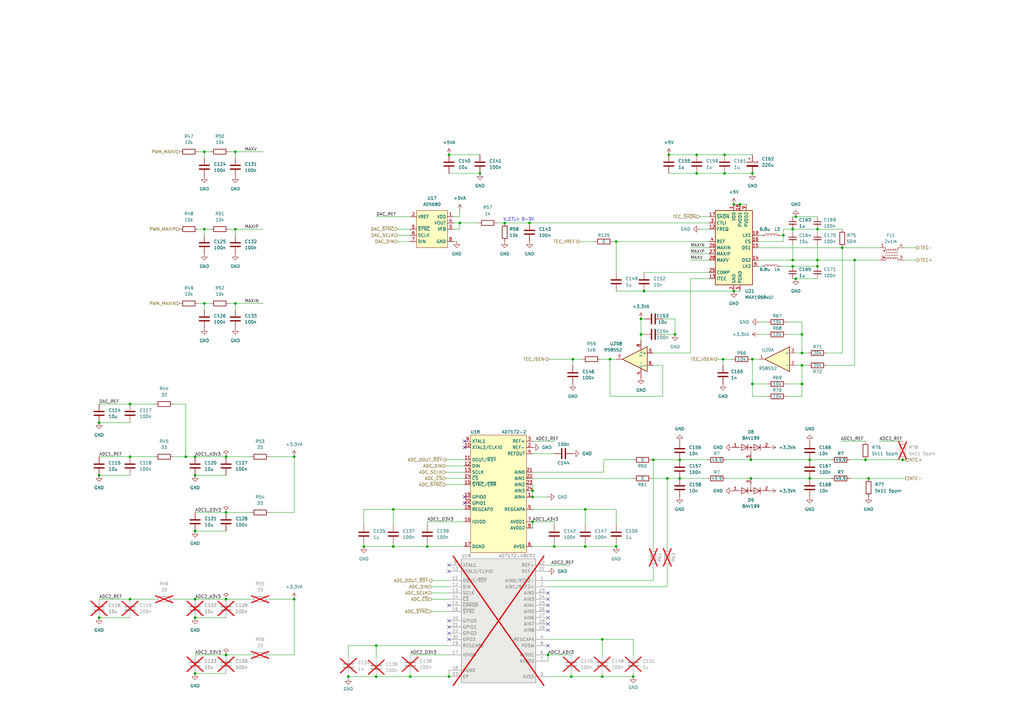
<source format=kicad_sch>
(kicad_sch (version 20230121) (generator eeschema)
  (paper "A3")
  (title_block (title "thermostat") (date "2023-11-09") (rev "r0_3") (company "M-Labs Limited") (comment 1 "Linus Woo Chun Kit"))
  (junction (at 300.99 119.38))
  (junction (at 267.97 188.595))
  (junction (at 252.73 99.06))
  (junction (at 350.52 106.68))
  (junction (at 297.18 63.5))
  (junction (at 274.32 63.5))
  (junction (at 300.99 83.82))
  (junction (at 188.595 91.44))
  (junction (at 252.73 224.155))
  (junction (at 96.52 62.23))
  (junction (at 53.34 245.745))
  (junction (at 161.29 208.915))
  (junction (at 92.71 268.605))
  (junction (at 325.12 106.68))
  (junction (at 234.95 147.32))
  (junction (at 83.82 62.23))
  (junction (at 40.64 173.355))
  (junction (at 80.01 217.805))
  (junction (at 120.65 187.325))
  (junction (at 40.64 253.365))
  (junction (at 120.65 245.745))
  (junction (at 218.44 213.995))
  (junction (at 154.305 277.495))
  (junction (at 328.93 149.86))
  (junction (at 354.965 188.595))
  (junction (at 296.545 147.32))
  (junction (at 218.44 203.835))
  (junction (at 184.15 277.495))
  (junction (at 161.29 224.155))
  (junction (at 234.315 277.495))
  (junction (at 308.61 71.12))
  (junction (at 247.015 262.255))
  (junction (at 92.71 210.185))
  (junction (at 325.12 93.98))
  (junction (at 80.01 276.225))
  (junction (at 217.17 91.44))
  (junction (at 262.89 137.16))
  (junction (at 285.75 71.12))
  (junction (at 308.61 157.48))
  (junction (at 259.715 277.495))
  (junction (at 326.39 114.3))
  (junction (at 250.19 147.32))
  (junction (at 92.71 245.745))
  (junction (at 83.82 93.98))
  (junction (at 80.01 187.325))
  (junction (at 83.82 124.46))
  (junction (at 175.26 224.155))
  (junction (at 278.765 188.595))
  (junction (at 80.01 194.945))
  (junction (at 321.31 96.52))
  (junction (at 92.71 187.325))
  (junction (at 53.34 187.325))
  (junction (at 218.44 201.295))
  (junction (at 168.275 277.495))
  (junction (at 80.01 253.365))
  (junction (at 184.15 63.5))
  (junction (at 240.03 224.155))
  (junction (at 335.28 109.22))
  (junction (at 345.44 101.6))
  (junction (at 273.685 196.215))
  (junction (at 278.765 196.215))
  (junction (at 328.93 137.16))
  (junction (at 96.52 93.98))
  (junction (at 227.33 224.155))
  (junction (at 154.305 264.795))
  (junction (at 207.01 91.44))
  (junction (at 96.52 124.46))
  (junction (at 303.53 83.82))
  (junction (at 40.64 194.945))
  (junction (at 332.105 188.595))
  (junction (at 328.93 157.48))
  (junction (at 307.975 188.595))
  (junction (at 325.12 109.22))
  (junction (at 196.85 71.12))
  (junction (at 356.235 196.215))
  (junction (at 262.89 130.81))
  (junction (at 240.03 208.915))
  (junction (at 307.975 196.215))
  (junction (at 328.93 144.78))
  (junction (at 370.205 188.595))
  (junction (at 149.225 224.155))
  (junction (at 264.16 119.38))
  (junction (at 76.2 187.325))
  (junction (at 80.01 245.745))
  (junction (at 335.28 93.98))
  (junction (at 276.86 137.16))
  (junction (at 142.875 277.495))
  (junction (at 308.61 147.32))
  (junction (at 285.75 63.5))
  (junction (at 297.18 71.12))
  (junction (at 335.28 106.68))
  (junction (at 332.105 196.215))
  (junction (at 224.79 268.605))
  (junction (at 53.34 165.735))
  (junction (at 326.39 88.9))
  (junction (at 247.015 277.495))
  (no_connect (at 190.5 180.975))
  (no_connect (at 184.15 248.285))
  (no_connect (at 190.5 183.515))
  (no_connect (at 190.5 203.835))
  (no_connect (at 190.5 206.375))
  (no_connect (at 224.79 243.205))
  (no_connect (at 224.79 250.825))
  (no_connect (at 184.15 234.315))
  (no_connect (at 184.15 231.775))
  (no_connect (at 224.79 264.795))
  (no_connect (at 184.15 262.255))
  (no_connect (at 224.79 255.905))
  (no_connect (at 184.15 257.175))
  (no_connect (at 184.15 259.715))
  (no_connect (at 224.79 248.285))
  (no_connect (at 224.79 253.365))
  (no_connect (at 184.15 254.635))
  (no_connect (at 224.79 258.445))
  (no_connect (at 224.79 245.745))
  (wire (pts (xy 320.04 96.52) (xy 321.31 96.52)))
  (wire (pts (xy 80.01 276.225) (xy 92.71 276.225)))
  (wire (pts (xy 274.32 63.5) (xy 285.75 63.5)))
  (wire (pts (xy 328.93 144.78) (xy 331.47 144.78)))
  (wire (pts (xy 218.44 201.295) (xy 218.44 203.835)))
  (wire (pts (xy 218.44 213.995) (xy 227.33 213.995)))
  (wire (pts (xy 224.79 147.32) (xy 234.95 147.32)))
  (wire (pts (xy 207.01 91.44) (xy 217.17 91.44)))
  (wire (pts (xy 40.64 245.745) (xy 53.34 245.745)))
  (wire (pts (xy 308.61 147.32) (xy 311.15 147.32)))
  (wire (pts (xy 40.64 194.945) (xy 53.34 194.945)))
  (wire (pts (xy 252.73 111.76) (xy 252.73 99.06)))
  (wire (pts (xy 142.875 277.495) (xy 142.875 278.13)))
  (wire (pts (xy 182.88 198.755) (xy 190.5 198.755)))
  (wire (pts (xy 40.64 165.735) (xy 53.34 165.735)))
  (wire (pts (xy 328.93 149.86) (xy 331.47 149.86)))
  (wire (pts (xy 92.71 268.605) (xy 102.87 268.605)))
  (wire (pts (xy 182.88 191.135) (xy 190.5 191.135)))
  (wire (pts (xy 175.26 213.995) (xy 190.5 213.995)))
  (wire (pts (xy 252.73 119.38) (xy 264.16 119.38)))
  (wire (pts (xy 224.79 268.605) (xy 224.79 271.145)))
  (wire (pts (xy 53.34 245.745) (xy 63.5 245.745)))
  (wire (pts (xy 252.73 208.915) (xy 252.73 215.265)))
  (wire (pts (xy 278.765 196.215) (xy 290.195 196.215)))
  (wire (pts (xy 149.225 215.265) (xy 149.225 208.915)))
  (wire (pts (xy 110.49 187.325) (xy 120.65 187.325)))
  (wire (pts (xy 92.71 210.185) (xy 102.87 210.185)))
  (wire (pts (xy 311.15 132.08) (xy 314.96 132.08)))
  (wire (pts (xy 278.765 188.595) (xy 290.195 188.595)))
  (wire (pts (xy 186.055 93.98) (xy 188.595 93.98)))
  (wire (pts (xy 325.12 106.68) (xy 335.28 106.68)))
  (wire (pts (xy 297.18 63.5) (xy 308.61 63.5)))
  (wire (pts (xy 250.19 147.32) (xy 252.73 147.32)))
  (wire (pts (xy 285.75 71.12) (xy 297.18 71.12)))
  (wire (pts (xy 296.545 147.32) (xy 300.355 147.32)))
  (wire (pts (xy 332.105 188.595) (xy 340.995 188.595)))
  (wire (pts (xy 264.16 119.38) (xy 300.99 119.38)))
  (wire (pts (xy 163.195 99.06) (xy 168.275 99.06)))
  (wire (pts (xy 322.58 157.48) (xy 328.93 157.48)))
  (wire (pts (xy 177.165 245.745) (xy 184.15 245.745)))
  (wire (pts (xy 80.01 253.365) (xy 92.71 253.365)))
  (wire (pts (xy 71.12 245.745) (xy 80.01 245.745)))
  (wire (pts (xy 227.33 213.995) (xy 227.33 215.265)))
  (wire (pts (xy 83.82 93.98) (xy 86.36 93.98)))
  (wire (pts (xy 339.09 144.78) (xy 345.44 144.78)))
  (wire (pts (xy 271.78 162.56) (xy 271.78 149.86)))
  (wire (pts (xy 184.15 63.5) (xy 196.85 63.5)))
  (wire (pts (xy 218.44 208.915) (xy 240.03 208.915)))
  (wire (pts (xy 218.44 213.995) (xy 218.44 216.535)))
  (wire (pts (xy 149.225 208.915) (xy 161.29 208.915)))
  (wire (pts (xy 149.225 224.155) (xy 161.29 224.155)))
  (wire (pts (xy 247.015 277.495) (xy 259.715 277.495)))
  (wire (pts (xy 321.31 93.98) (xy 325.12 93.98)))
  (wire (pts (xy 350.52 106.68) (xy 350.52 149.86)))
  (wire (pts (xy 186.055 99.06) (xy 187.325 99.06)))
  (wire (pts (xy 142.875 277.495) (xy 154.305 277.495)))
  (wire (pts (xy 96.52 124.46) (xy 96.52 127)))
  (wire (pts (xy 154.305 264.795) (xy 154.305 269.875)))
  (wire (pts (xy 325.12 109.22) (xy 335.28 109.22)))
  (wire (pts (xy 287.02 88.9) (xy 290.83 88.9)))
  (wire (pts (xy 283.21 101.6) (xy 290.83 101.6)))
  (wire (pts (xy 163.195 96.52) (xy 168.275 96.52)))
  (wire (pts (xy 271.78 149.86) (xy 267.97 149.86)))
  (wire (pts (xy 182.88 188.595) (xy 190.5 188.595)))
  (wire (pts (xy 262.89 137.16) (xy 262.89 139.7)))
  (wire (pts (xy 345.44 101.6) (xy 345.44 144.78)))
  (wire (pts (xy 326.39 144.78) (xy 328.93 144.78)))
  (wire (pts (xy 283.21 144.78) (xy 267.97 144.78)))
  (wire (pts (xy 247.65 193.675) (xy 247.65 188.595)))
  (wire (pts (xy 184.15 71.12) (xy 196.85 71.12)))
  (wire (pts (xy 311.15 101.6) (xy 345.44 101.6)))
  (wire (pts (xy 234.95 149.86) (xy 234.95 147.32)))
  (wire (pts (xy 96.52 124.46) (xy 107.95 124.46)))
  (wire (pts (xy 240.03 208.915) (xy 252.73 208.915)))
  (wire (pts (xy 234.315 276.225) (xy 234.315 277.495)))
  (wire (pts (xy 267.97 232.41) (xy 267.97 238.125)))
  (wire (pts (xy 335.28 106.68) (xy 350.52 106.68)))
  (wire (pts (xy 182.88 193.675) (xy 190.5 193.675)))
  (wire (pts (xy 325.12 95.25) (xy 325.12 93.98)))
  (wire (pts (xy 154.305 264.795) (xy 184.15 264.795)))
  (wire (pts (xy 348.615 196.215) (xy 356.235 196.215)))
  (wire (pts (xy 120.65 268.605) (xy 120.65 245.745)))
  (wire (pts (xy 186.055 88.9) (xy 188.595 88.9)))
  (wire (pts (xy 335.28 100.33) (xy 335.28 106.68)))
  (wire (pts (xy 224.79 277.495) (xy 234.315 277.495)))
  (wire (pts (xy 93.98 93.98) (xy 96.52 93.98)))
  (wire (pts (xy 264.16 130.81) (xy 262.89 130.81)))
  (wire (pts (xy 325.12 88.9) (xy 326.39 88.9)))
  (wire (pts (xy 250.19 162.56) (xy 271.78 162.56)))
  (wire (pts (xy 322.58 132.08) (xy 328.93 132.08)))
  (wire (pts (xy 273.685 232.41) (xy 273.685 240.665)))
  (wire (pts (xy 83.82 62.23) (xy 83.82 64.77)))
  (wire (pts (xy 161.29 222.885) (xy 161.29 224.155)))
  (wire (pts (xy 80.01 217.805) (xy 92.71 217.805)))
  (wire (pts (xy 307.975 196.215) (xy 332.105 196.215)))
  (wire (pts (xy 264.16 111.76) (xy 290.83 111.76)))
  (wire (pts (xy 247.015 262.255) (xy 259.715 262.255)))
  (wire (pts (xy 154.305 88.9) (xy 168.275 88.9)))
  (wire (pts (xy 246.38 147.32) (xy 250.19 147.32)))
  (wire (pts (xy 247.015 276.225) (xy 247.015 277.495)))
  (wire (pts (xy 267.97 188.595) (xy 267.97 224.79)))
  (wire (pts (xy 53.34 187.325) (xy 63.5 187.325)))
  (wire (pts (xy 240.03 222.885) (xy 240.03 224.155)))
  (wire (pts (xy 110.49 268.605) (xy 120.65 268.605)))
  (wire (pts (xy 177.165 240.665) (xy 184.15 240.665)))
  (wire (pts (xy 370.84 101.6) (xy 375.92 101.6)))
  (wire (pts (xy 188.595 88.9) (xy 188.595 86.36)))
  (wire (pts (xy 311.15 106.68) (xy 325.12 106.68)))
  (wire (pts (xy 325.12 100.33) (xy 325.12 106.68)))
  (wire (pts (xy 234.95 147.32) (xy 238.76 147.32)))
  (wire (pts (xy 40.64 187.325) (xy 53.34 187.325)))
  (wire (pts (xy 177.165 250.825) (xy 184.15 250.825)))
  (wire (pts (xy 247.65 188.595) (xy 259.715 188.595)))
  (wire (pts (xy 83.82 124.46) (xy 83.82 127)))
  (wire (pts (xy 328.93 137.16) (xy 328.93 144.78)))
  (wire (pts (xy 175.26 224.155) (xy 190.5 224.155)))
  (wire (pts (xy 168.275 268.605) (xy 184.15 268.605)))
  (wire (pts (xy 177.165 243.205) (xy 184.15 243.205)))
  (wire (pts (xy 92.71 187.325) (xy 102.87 187.325)))
  (wire (pts (xy 218.44 186.055) (xy 227.33 186.055)))
  (wire (pts (xy 110.49 245.745) (xy 120.65 245.745)))
  (wire (pts (xy 247.015 262.255) (xy 247.015 268.605)))
  (wire (pts (xy 92.71 245.745) (xy 102.87 245.745)))
  (wire (pts (xy 360.68 180.975) (xy 370.205 180.975)))
  (wire (pts (xy 311.15 99.06) (xy 321.31 99.06)))
  (wire (pts (xy 267.97 188.595) (xy 278.765 188.595)))
  (wire (pts (xy 297.815 196.215) (xy 307.975 196.215)))
  (wire (pts (xy 142.875 264.795) (xy 142.875 269.24)))
  (wire (pts (xy 80.01 268.605) (xy 92.71 268.605)))
  (wire (pts (xy 96.52 93.98) (xy 96.52 96.52)))
  (wire (pts (xy 311.15 137.16) (xy 314.96 137.16)))
  (wire (pts (xy 326.39 149.86) (xy 328.93 149.86)))
  (wire (pts (xy 308.61 157.48) (xy 308.61 162.56)))
  (wire (pts (xy 53.34 165.735) (xy 63.5 165.735)))
  (wire (pts (xy 370.205 188.595) (xy 371.475 188.595)))
  (wire (pts (xy 71.12 165.735) (xy 76.2 165.735)))
  (wire (pts (xy 326.39 114.3) (xy 335.28 114.3)))
  (wire (pts (xy 325.12 114.3) (xy 326.39 114.3)))
  (wire (pts (xy 76.2 165.735) (xy 76.2 187.325)))
  (wire (pts (xy 218.44 203.835) (xy 224.79 203.835)))
  (wire (pts (xy 273.685 240.665) (xy 224.79 240.665)))
  (wire (pts (xy 154.305 277.495) (xy 168.275 277.495)))
  (wire (pts (xy 247.65 193.675) (xy 218.44 193.675)))
  (wire (pts (xy 252.73 222.885) (xy 252.73 224.155)))
  (wire (pts (xy 186.055 91.44) (xy 188.595 91.44)))
  (wire (pts (xy 328.93 162.56) (xy 328.93 157.48)))
  (wire (pts (xy 110.49 210.185) (xy 120.65 210.185)))
  (wire (pts (xy 83.82 93.98) (xy 83.82 96.52)))
  (wire (pts (xy 93.98 62.23) (xy 96.52 62.23)))
  (wire (pts (xy 217.17 91.44) (xy 290.83 91.44)))
  (wire (pts (xy 287.02 93.98) (xy 290.83 93.98)))
  (wire (pts (xy 322.58 137.16) (xy 328.93 137.16)))
  (wire (pts (xy 80.01 194.945) (xy 92.71 194.945)))
  (wire (pts (xy 177.165 238.125) (xy 184.15 238.125)))
  (wire (pts (xy 184.15 274.955) (xy 184.15 277.495)))
  (wire (pts (xy 276.86 130.81) (xy 276.86 137.16)))
  (wire (pts (xy 188.595 93.98) (xy 188.595 91.44)))
  (wire (pts (xy 218.44 180.975) (xy 227.33 180.975)))
  (wire (pts (xy 322.58 162.56) (xy 328.93 162.56)))
  (wire (pts (xy 328.93 132.08) (xy 328.93 137.16)))
  (wire (pts (xy 40.64 173.355) (xy 53.34 173.355)))
  (wire (pts (xy 163.195 93.98) (xy 168.275 93.98)))
  (wire (pts (xy 81.28 93.98) (xy 83.82 93.98)))
  (wire (pts (xy 80.01 187.325) (xy 92.71 187.325)))
  (wire (pts (xy 273.685 196.215) (xy 273.685 224.79)))
  (wire (pts (xy 273.685 196.215) (xy 278.765 196.215)))
  (wire (pts (xy 335.28 95.25) (xy 335.28 93.98)))
  (wire (pts (xy 96.52 62.23) (xy 107.95 62.23)))
  (wire (pts (xy 321.31 99.06) (xy 321.31 96.52)))
  (wire (pts (xy 175.26 222.885) (xy 175.26 224.155)))
  (wire (pts (xy 218.44 198.755) (xy 218.44 201.295)))
  (wire (pts (xy 76.2 187.325) (xy 80.01 187.325)))
  (wire (pts (xy 344.805 180.975) (xy 354.965 180.975)))
  (wire (pts (xy 120.65 210.185) (xy 120.65 187.325)))
  (wire (pts (xy 224.79 268.605) (xy 234.315 268.605)))
  (wire (pts (xy 224.79 262.255) (xy 247.015 262.255)))
  (wire (pts (xy 218.44 196.215) (xy 259.715 196.215)))
  (wire (pts (xy 271.78 137.16) (xy 276.86 137.16)))
  (wire (pts (xy 311.15 96.52) (xy 312.42 96.52)))
  (wire (pts (xy 283.21 114.3) (xy 290.83 114.3)))
  (wire (pts (xy 348.615 188.595) (xy 354.965 188.595)))
  (wire (pts (xy 96.52 93.98) (xy 107.95 93.98)))
  (wire (pts (xy 81.28 62.23) (xy 83.82 62.23)))
  (wire (pts (xy 240.03 208.915) (xy 240.03 215.265)))
  (wire (pts (xy 264.16 137.16) (xy 262.89 137.16)))
  (wire (pts (xy 321.31 96.52) (xy 321.31 93.98)))
  (wire (pts (xy 335.28 106.68) (xy 335.28 109.22)))
  (wire (pts (xy 203.835 91.44) (xy 207.01 91.44)))
  (wire (pts (xy 251.46 99.06) (xy 252.73 99.06)))
  (wire (pts (xy 332.105 196.215) (xy 340.995 196.215)))
  (wire (pts (xy 335.28 93.98) (xy 345.44 93.98)))
  (wire (pts (xy 274.32 71.12) (xy 285.75 71.12)))
  (wire (pts (xy 267.335 188.595) (xy 267.97 188.595)))
  (wire (pts (xy 262.89 130.81) (xy 262.89 137.16)))
  (wire (pts (xy 168.275 277.495) (xy 184.15 277.495)))
  (wire (pts (xy 250.19 147.32) (xy 250.19 162.56)))
  (wire (pts (xy 356.235 196.215) (xy 371.475 196.215)))
  (wire (pts (xy 285.75 63.5) (xy 297.18 63.5)))
  (wire (pts (xy 182.88 196.215) (xy 190.5 196.215)))
  (wire (pts (xy 307.975 188.595) (xy 332.105 188.595)))
  (wire (pts (xy 168.275 277.495) (xy 168.275 276.225)))
  (wire (pts (xy 81.28 124.46) (xy 83.82 124.46)))
  (wire (pts (xy 300.99 83.82) (xy 303.53 83.82)))
  (wire (pts (xy 83.82 124.46) (xy 86.36 124.46)))
  (wire (pts (xy 350.52 106.68) (xy 360.68 106.68)))
  (wire (pts (xy 297.815 188.595) (xy 307.975 188.595)))
  (wire (pts (xy 283.21 114.3) (xy 283.21 144.78)))
  (wire (pts (xy 80.01 210.185) (xy 92.71 210.185)))
  (wire (pts (xy 294.005 147.32) (xy 296.545 147.32)))
  (wire (pts (xy 96.52 62.23) (xy 96.52 64.77)))
  (wire (pts (xy 345.44 101.6) (xy 360.68 101.6)))
  (wire (pts (xy 370.84 106.68) (xy 375.92 106.68)))
  (wire (pts (xy 252.73 99.06) (xy 290.83 99.06)))
  (wire (pts (xy 328.93 157.48) (xy 328.93 149.86)))
  (wire (pts (xy 314.96 157.48) (xy 308.61 157.48)))
  (wire (pts (xy 93.98 124.46) (xy 96.52 124.46)))
  (wire (pts (xy 259.715 276.225) (xy 259.715 277.495)))
  (wire (pts (xy 267.97 238.125) (xy 224.79 238.125)))
  (wire (pts (xy 227.33 222.885) (xy 227.33 224.155)))
  (wire (pts (xy 80.01 245.745) (xy 92.71 245.745)))
  (wire (pts (xy 218.44 224.155) (xy 227.33 224.155)))
  (wire (pts (xy 300.99 119.38) (xy 303.53 119.38)))
  (wire (pts (xy 307.975 147.32) (xy 308.61 147.32)))
  (wire (pts (xy 71.12 187.325) (xy 76.2 187.325)))
  (wire (pts (xy 296.545 149.86) (xy 296.545 147.32)))
  (wire (pts (xy 161.29 224.155) (xy 175.26 224.155)))
  (wire (pts (xy 308.61 157.48) (xy 308.61 147.32)))
  (wire (pts (xy 303.53 83.82) (xy 306.07 83.82)))
  (wire (pts (xy 271.78 130.81) (xy 276.86 130.81)))
  (wire (pts (xy 224.79 231.775) (xy 233.68 231.775)))
  (wire (pts (xy 188.595 91.44) (xy 196.215 91.44)))
  (wire (pts (xy 308.61 162.56) (xy 314.96 162.56)))
  (wire (pts (xy 83.82 62.23) (xy 86.36 62.23)))
  (wire (pts (xy 354.965 188.595) (xy 370.205 188.595)))
  (wire (pts (xy 161.29 208.915) (xy 161.29 215.265)))
  (wire (pts (xy 326.39 88.9) (xy 335.28 88.9)))
  (wire (pts (xy 234.315 277.495) (xy 247.015 277.495)))
  (wire (pts (xy 40.64 253.365) (xy 53.34 253.365)))
  (wire (pts (xy 311.15 109.22) (xy 312.42 109.22)))
  (wire (pts (xy 227.33 224.155) (xy 240.03 224.155)))
  (wire (pts (xy 320.04 109.22) (xy 325.12 109.22)))
  (wire (pts (xy 339.09 149.86) (xy 350.52 149.86)))
  (wire (pts (xy 237.49 99.06) (xy 243.84 99.06)))
  (wire (pts (xy 297.18 71.12) (xy 308.61 71.12)))
  (wire (pts (xy 267.335 196.215) (xy 273.685 196.215)))
  (wire (pts (xy 161.29 208.915) (xy 190.5 208.915)))
  (wire (pts (xy 283.21 104.14) (xy 290.83 104.14)))
  (wire (pts (xy 283.21 106.68) (xy 290.83 106.68)))
  (wire (pts (xy 240.03 224.155) (xy 252.73 224.155)))
  (wire (pts (xy 142.875 276.86) (xy 142.875 277.495)))
  (wire (pts (xy 149.225 222.885) (xy 149.225 224.155)))
  (wire (pts (xy 154.305 264.795) (xy 142.875 264.795)))
  (wire (pts (xy 259.715 262.255) (xy 259.715 268.605)))
  (wire (pts (xy 325.12 93.98) (xy 335.28 93.98)))
  (wire (pts (xy 175.26 213.995) (xy 175.26 215.265)))
  (text "V_CTLI: 0-3V" (at 206.375 90.805 0) (effects (font (size 1.27 1.27)) (justify left bottom)))
  (label "DAC_REF" (at 154.305 88.9 0))
  (label "ADC1_D3V3" (at 175.26 213.995 0))
  (label "MAXV" (at 100.33 62.23 0))
  (label "MAXIN" (at 100.33 124.46 0))
  (label "ADC2_D3V3" (at 80.01 268.605 0))
  (label "ADC2_REF" (at 40.64 245.745 0))
  (label "ADC1_REF" (at 40.64 187.325 0))
  (label "ADC2_A3V3" (at 80.01 245.745 0))
  (label "MAXIN" (at 283.21 101.6 0))
  (label "ADC1_A3V3" (at 80.01 187.325 0))
  (label "MAXV" (at 283.21 106.68 0))
  (label "DAC_REF" (at 40.64 165.735 0))
  (label "MAXIP" (at 100.33 93.98 0))
  (label "ADC1_REF" (at 344.805 180.975 0))
  (label "ADC1_D3V3" (at 80.01 210.185 0))
  (label "ADC1_REF" (at 219.71 180.975 0))
  (label "ADC1_A3V3" (at 218.44 213.995 0))
  (label "ADC2_A3V3" (at 224.79 268.605 0))
  (label "MAXIP" (at 283.21 104.14 0))
  (label "ADC2_REF" (at 360.68 180.975 0))
  (label "ADC2_D3V3" (at 168.275 268.605 0))
  (label "ADC2_REF" (at 226.06 231.775 0))
  (hierarchical_label "ADC_DOUT_~{RDY}" (shape output) (at 182.88 188.595 180))
  (hierarchical_label "TEC+" (shape output) (at 375.92 106.68 0))
  (hierarchical_label "PWM_MAXIP" (shape input) (at 73.66 93.98 180))
  (hierarchical_label "DAC_DIN" (shape input) (at 163.195 99.06 180))
  (hierarchical_label "TEC_VREF" (shape output) (at 237.49 99.06 180))
  (hierarchical_label "PWM_MAXIN" (shape input) (at 73.66 124.46 180))
  (hierarchical_label "ADC_~{SYNC}" (shape input) (at 177.165 250.825 180))
  (hierarchical_label "TEC_~{SHDN}" (shape input) (at 287.02 88.9 180))
  (hierarchical_label "DAC_SCLK" (shape input) (at 163.195 96.52 180))
  (hierarchical_label "ADC_~{CS}" (shape input) (at 177.165 245.745 180))
  (hierarchical_label "TEC_ISEN" (shape output) (at 224.79 147.32 180))
  (hierarchical_label "ADC_~{CS}" (shape input) (at 182.88 196.215 180))
  (hierarchical_label "NTC-" (shape passive) (at 371.475 196.215 0))
  (hierarchical_label "ADC_DIN" (shape input) (at 182.88 191.135 180))
  (hierarchical_label "NTC+" (shape passive) (at 371.475 188.595 0))
  (hierarchical_label "TEC-" (shape output) (at 375.92 101.6 0))
  (hierarchical_label "PWM_MAXV" (shape input) (at 73.66 62.23 180))
  (hierarchical_label "ADC_SCLK" (shape input) (at 182.88 193.675 180))
  (hierarchical_label "ADC_DIN" (shape input) (at 177.165 240.665 180))
  (hierarchical_label "TEC_VSEN" (shape output) (at 294.005 147.32 180))
  (hierarchical_label "ADC_~{SYNC}" (shape input) (at 182.88 198.755 180))
  (hierarchical_label "ADC_DOUT_~{RDY}" (shape output) (at 177.165 238.125 180))
  (hierarchical_label "DAC_~{SYNC}" (shape input) (at 163.195 93.98 180))
  (hierarchical_label "ADC_SCLK" (shape input) (at 177.165 243.205 180))
  (symbol (lib_id "power:GND") (at 80.01 276.225 0) (unit 1)
    (property "Reference" "#PWR0105" (effects hide))
    (property "Value" "GND" (at 80.01 281.305 0))
  )
  (symbol (lib_id "power:GND") (at 80.01 194.945 0) (unit 1)
    (property "Reference" "#PWR0102" (effects hide))
    (property "Value" "GND" (at 80.01 200.025 0))
  )
  (symbol (lib_id "Device:R") (at 273.685 228.6 180) (unit 1) (dnp yes)
    (property "Reference" "R63" (at 276.225 228.6 90))
    (property "Value" "0" (at 273.685 228.6 90))
    (property "Footprint" "Resistor_SMD:R_0603_1608Metric" (effects hide))
    (property "MFR_PN" "RMCF0603ZT0R00" (effects hide))
    (property "MFR_PN_ALT" "CR0603-J/-000ELF" (effects hide))
  )
  (symbol (lib_id "Device:C") (at 240.03 219.075 0) (unit 1)
    (property "Reference" "C147" (at 243.84 217.8049 0) (effects (justify left)))
    (property "Value" "100n" (at 243.84 220.3449 0) (effects (justify left)))
    (property "Footprint" "Capacitor_SMD:C_0603_1608Metric" (effects hide))
    (property "MFR_PN" "CL10B104KB8NNWC" (effects hide))
    (property "MFR_PN_ALT" "CL10B104KB8NNNL" (effects hide))
  )
  (symbol (lib_id "Device:C") (at 175.26 219.075 0) (unit 1)
    (property "Reference" "C139" (at 179.07 217.8049 0) (effects (justify left)))
    (property "Value" "100n" (at 179.07 220.3449 0) (effects (justify left)))
    (property "Footprint" "Capacitor_SMD:C_0603_1608Metric" (effects hide))
    (property "MFR_PN" "CL10B104KB8NNWC" (effects hide))
    (property "MFR_PN_ALT" "CL10B104KB8NNNL" (effects hide))
  )
  (symbol (lib_id "kirdy:AD5680") (at 177.165 101.6 0) (unit 1)
    (property "Reference" "U17" (at 177.165 81.28 0))
    (property "Value" "AD5680" (at 177.165 83.82 0))
    (property "Footprint" "Package_TO_SOT_SMD:SOT-23-8" (effects hide))
    (property "Datasheet" "https://www.analog.com/media/en/technical-documentation/data-sheets/ad5680.pdf" (effects hide))
    (property "MFR_PN" "AD5680BRJZ" (effects hide))
  )
  (symbol (lib_id "Device:C") (at 53.34 249.555 0) (unit 1) (dnp yes)
    (property "Reference" "C119" (at 57.15 248.2849 0) (effects (justify left)))
    (property "Value" "100n" (at 57.15 250.8249 0) (effects (justify left)))
    (property "Footprint" "Capacitor_SMD:C_0603_1608Metric" (effects hide))
    (property "MFR_PN" "CL10B104KB8NNWC" (effects hide))
    (property "MFR_PN_ALT" "CL10B104KB8NNNL" (effects hide))
  )
  (symbol (lib_id "power:GND") (at 40.64 194.945 0) (unit 1)
    (property "Reference" "#PWR0100" (effects hide))
    (property "Value" "GND" (at 40.64 200.025 0))
  )
  (symbol (lib_id "power:GND") (at 187.325 99.06 0) (unit 1)
    (property "Reference" "#PWR0118" (effects hide))
    (property "Value" "GND" (at 187.325 104.14 0))
  )
  (symbol (lib_id "Device:C") (at 80.01 213.995 0) (unit 1)
    (property "Reference" "C121" (at 83.82 212.7249 0) (effects (justify left)))
    (property "Value" "10u" (at 83.82 215.2649 0) (effects (justify left)))
    (property "Footprint" "Capacitor_SMD:C_0805_2012Metric" (effects hide))
    (property "MFR_PN" "CL21B106KOQNNNG" (effects hide))
    (property "MFR_PN_ALT" "CL21B106KOQNNNE" (effects hide))
  )
  (symbol (lib_id "Device:R") (at 345.44 97.79 180) (unit 1)
    (property "Reference" "R75" (at 349.25 96.52 0))
    (property "Value" "50m" (at 349.25 99.06 0))
    (property "Footprint" "Resistor_SMD:R_2010_5025Metric" (effects hide))
    (property "MFR_PN" "CRM2010-FX-R050ELF" (effects hide))
    (property "MFR_PN_ALT" "WSL2010R0500FEA18" (effects hide))
  )
  (symbol (lib_id "Device:C") (at 154.305 273.685 0) (unit 1) (dnp yes)
    (property "Reference" "C136" (at 158.115 272.4149 0) (effects (justify left)))
    (property "Value" "100n" (at 158.115 274.9549 0) (effects (justify left)))
    (property "Footprint" "Capacitor_SMD:C_0603_1608Metric" (effects hide))
    (property "MFR_PN" "CL10B104KB8NNWC" (effects hide))
    (property "MFR_PN_ALT" "CL10B104KB8NNNL" (effects hide))
  )
  (symbol (lib_id "Device:C") (at 252.73 219.075 0) (unit 1)
    (property "Reference" "C150" (at 256.54 217.8049 0) (effects (justify left)))
    (property "Value" "1u" (at 256.54 220.3449 0) (effects (justify left)))
    (property "Footprint" "Capacitor_SMD:C_0603_1608Metric" (effects hide))
    (property "MFR_PN" "CL10B105KA8NNNC" (effects hide))
    (property "MFR_PN_ALT" "CGA3E1X7R1E105K080AC" (effects hide))
  )
  (symbol (lib_id "power:+3.3VA") (at 120.65 187.325 0) (unit 1)
    (property "Reference" "#PWR0112" (effects hide))
    (property "Value" "+3.3VA" (at 120.65 182.245 0))
  )
  (symbol (lib_id "power:+5V") (at 274.32 63.5 0) (unit 1)
    (property "Reference" "#PWR0131" (effects hide))
    (property "Value" "+5V" (at 274.32 58.42 0))
  )
  (symbol (lib_id "Device:R") (at 106.68 210.185 90) (unit 1)
    (property "Reference" "R54" (at 106.68 203.835 90))
    (property "Value" "33" (at 106.68 206.375 90))
    (property "Footprint" "Resistor_SMD:R_0603_1608Metric" (effects hide))
    (property "MFR_PN" "RC0603FR-0733RL" (effects hide))
    (property "MFR_PN_ALT" "CRGCQ0603F33R" (effects hide))
  )
  (symbol (lib_id "Device:Filter_EMI_LL_1423") (at 365.76 104.14 0) (mirror x) (unit 1)
    (property "Reference" "FL1" (at 365.379 96.52 0))
    (property "Value" "2x1m" (at 365.379 99.06 0))
    (property "Footprint" "Inductor_SMD:L_CommonModeChoke_Wuerth_WE-SL5" (effects hide))
    (property "MFR_PN" "744273501" (effects hide))
  )
  (symbol (lib_id "Device:R") (at 318.77 132.08 90) (unit 1)
    (property "Reference" "R67" (at 318.77 129.54 90))
    (property "Value" "10k" (at 318.77 132.08 90))
    (property "Footprint" "Resistor_SMD:R_0603_1608Metric" (effects hide))
    (property "MFR_PN" "RNCP0603FTD10K0" (effects hide))
    (property "MFR_PN_ALT" "RMCF0603FT10K0" (effects hide))
  )
  (symbol (lib_id "power:GND") (at 83.82 104.14 0) (unit 1)
    (property "Reference" "#PWR0107" (effects hide))
    (property "Value" "GND" (at 83.82 109.22 0))
  )
  (symbol (lib_id "Device:R") (at 90.17 62.23 90) (unit 1)
    (property "Reference" "R50" (at 90.17 55.88 90))
    (property "Value" "10k" (at 90.17 58.42 90))
    (property "Footprint" "Resistor_SMD:R_0603_1608Metric" (effects hide))
    (property "MFR_PN" "RNCP0603FTD10K0" (effects hide))
    (property "MFR_PN_ALT" "RMCF0603FT10K0" (effects hide))
  )
  (symbol (lib_id "Device:C") (at 296.545 153.67 0) (unit 1)
    (property "Reference" "C160" (at 299.72 152.4 0) (effects (justify left)))
    (property "Value" "1n" (at 299.72 154.94 0) (effects (justify left)))
    (property "Footprint" "Capacitor_SMD:C_0603_1608Metric" (effects hide))
    (property "MFR_PN" "0603N102G250CT" (effects hide))
  )
  (symbol (lib_id "Device:R") (at 294.005 188.595 270) (unit 1)
    (property "Reference" "R7" (at 294.005 186.055 90))
    (property "Value" "49.9" (at 294.005 188.595 90))
    (property "Footprint" "Resistor_SMD:R_0603_1608Metric" (effects hide))
    (property "MFR_PN" "RT0603DRE0749R9L" (effects hide))
    (instances (project "kirdy" (path "" (reference "R7") (unit 1)) (path "" (reference "R64") (unit 1))))
  )
  (symbol (lib_id "kirdy:RS8552") (at 260.35 147.32 0) (mirror y) (unit 3)
    (property "Reference" "U20" (effects hide))
    (property "Value" "RS8552" (effects hide))
    (property "Footprint" "Package_SO:SOIC-8_3.9x4.9mm_P1.27mm" (effects hide))
    (property "Datasheet" "https://datasheet.lcsc.com/lcsc/2010160333_Jiangsu-RUNIC-Tech-RS8554XP_C236997.pdf" (effects hide))
    (property "MFR_PN" "RS8552XK" (effects hide))
  )
  (symbol (lib_id "power:GND") (at 308.61 71.12 0) (unit 1)
    (property "Reference" "#PWR0141" (effects hide))
    (property "Value" "GND" (at 308.61 76.2 0))
  )
  (symbol (lib_id "Device:R") (at 294.005 196.215 270) (unit 1)
    (property "Reference" "R7" (at 294.005 193.675 90))
    (property "Value" "49.9" (at 294.005 196.215 90))
    (property "Footprint" "Resistor_SMD:R_0603_1608Metric" (effects hide))
    (property "MFR_PN" "RT0603DRE0749R9L" (effects hide))
    (instances (project "kirdy" (path "" (reference "R7") (unit 1)) (path "" (reference "R65") (unit 1))))
  )
  (symbol (lib_id "Device:R") (at 106.68 245.745 90) (unit 1) (dnp yes)
    (property "Reference" "R55" (at 106.68 239.395 90))
    (property "Value" "33" (at 106.68 241.935 90))
    (property "Footprint" "Resistor_SMD:R_0603_1608Metric" (effects hide))
    (property "MFR_PN" "RC0603FR-0733RL" (effects hide))
    (property "MFR_PN_ALT" "CRGCQ0603F33R" (effects hide))
  )
  (symbol (lib_id "power:GND") (at 311.15 132.08 270) (unit 1)
    (property "Reference" "#PWR0142" (effects hide))
    (property "Value" "GND" (at 307.34 132.0799 90) (effects (justify right)))
  )
  (symbol (lib_id "kirdy:AD7172-2") (at 204.47 205.105 0) (mirror y) (unit 1)
    (property "Reference" "U18" (at 194.945 177.165 0))
    (property "Value" "AD7172-2" (at 210.82 177.165 0))
    (property "Footprint" "Package_SO:TSSOP-24_4.4x7.8mm_P0.65mm" (effects hide))
    (property "Datasheet" "https://www.analog.com/media/en/technical-documentation/data-sheets/ad7172-2.pdf" (effects hide))
    (property "MFR_PN" "AD7172-2BRUZ" (effects hide))
  )
  (symbol (lib_id "Device:C") (at 92.71 272.415 0) (unit 1) (dnp yes)
    (property "Reference" "C130" (at 96.52 271.1449 0) (effects (justify left)))
    (property "Value" "100n" (at 96.52 273.6849 0) (effects (justify left)))
    (property "Footprint" "Capacitor_SMD:C_0603_1608Metric" (effects hide))
    (property "MFR_PN" "CL10B104KB8NNWC" (effects hide))
    (property "MFR_PN_ALT" "CL10B104KB8NNNL" (effects hide))
  )
  (symbol (lib_id "Device:C") (at 92.71 191.135 0) (unit 1)
    (property "Reference" "C127" (at 96.52 189.8649 0) (effects (justify left)))
    (property "Value" "100n" (at 96.52 192.4049 0) (effects (justify left)))
    (property "Footprint" "Capacitor_SMD:C_0603_1608Metric" (effects hide))
    (property "MFR_PN" "CL10B104KB8NNWC" (effects hide))
    (property "MFR_PN_ALT" "CL10B104KB8NNNL" (effects hide))
  )
  (symbol (lib_id "power:GND") (at 83.82 134.62 0) (unit 1)
    (property "Reference" "#PWR0108" (effects hide))
    (property "Value" "GND" (at 83.82 139.7 0))
  )
  (symbol (lib_id "Device:L") (at 316.23 109.22 90) (unit 1)
    (property "Reference" "L4" (at 318.77 110.49 90))
    (property "Value" "6.8u" (at 313.69 110.49 90))
    (property "Footprint" "Inductor_SMD:L_Wuerth_MAPI-4030" (effects hide))
    (property "MFR_PN" "74438357068" (effects hide))
  )
  (symbol (lib_id "power:GND") (at 234.95 186.055 90) (unit 1)
    (property "Reference" "#PWR0126" (effects hide))
    (property "Value" "GND" (at 238.76 186.0549 90) (effects (justify right)))
  )
  (symbol (lib_id "Device:R") (at 77.47 93.98 90) (unit 1)
    (property "Reference" "R48" (at 77.47 87.63 90))
    (property "Value" "10k" (at 77.47 90.17 90))
    (property "Footprint" "Resistor_SMD:R_0603_1608Metric" (effects hide))
    (property "MFR_PN" "RNCP0603FTD10K0" (effects hide))
    (property "MFR_PN_ALT" "RMCF0603FT10K0" (effects hide))
  )
  (symbol (lib_id "Device:C") (at 40.64 191.135 0) (unit 1)
    (property "Reference" "C115" (at 44.45 189.8649 0) (effects (justify left)))
    (property "Value" "10u" (at 44.45 192.4049 0) (effects (justify left)))
    (property "Footprint" "Capacitor_SMD:C_0805_2012Metric" (effects hide))
    (property "MFR_PN" "CL21B106KOQNNNG" (effects hide))
    (property "MFR_PN_ALT" "CL21B106KOQNNNE" (effects hide))
  )
  (symbol (lib_id "Device:C") (at 278.765 192.405 0) (unit 1)
    (property "Reference" "C157" (at 282.575 191.1349 0) (effects (justify left)))
    (property "Value" "100n" (at 282.575 193.6749 0) (effects (justify left)))
    (property "Footprint" "Capacitor_SMD:C_0603_1608Metric" (effects hide))
    (property "MFR_PN" "CL10B104KB8NNWC" (effects hide))
    (property "MFR_PN_ALT" "CL10B104KB8NNNL" (effects hide))
  )
  (symbol (lib_id "power:GND") (at 96.52 72.39 0) (unit 1)
    (property "Reference" "#PWR0109" (effects hide))
    (property "Value" "GND" (at 96.52 77.47 0))
  )
  (symbol (lib_id "Device:C") (at 297.18 67.31 0) (unit 1)
    (property "Reference" "C161" (at 300.99 66.0399 0) (effects (justify left)))
    (property "Value" "1u" (at 300.99 68.5799 0) (effects (justify left)))
    (property "Footprint" "Capacitor_SMD:C_0603_1608Metric" (effects hide))
    (property "MFR_PN" "CL10B105KA8NNNC" (effects hide))
    (property "MFR_PN_ALT" "CGA3E1X7R1E105K080AC" (effects hide))
  )
  (symbol (lib_id "Device:C") (at 285.75 67.31 0) (unit 1)
    (property "Reference" "C159" (at 289.56 66.0399 0) (effects (justify left)))
    (property "Value" "1u" (at 289.56 68.5799 0) (effects (justify left)))
    (property "Footprint" "Capacitor_SMD:C_0603_1608Metric" (effects hide))
    (property "MFR_PN" "CL10B105KA8NNNC" (effects hide))
    (property "MFR_PN_ALT" "CGA3E1X7R1E105K080AC" (effects hide))
  )
  (symbol (lib_id "Device:C") (at 40.64 169.545 0) (unit 1)
    (property "Reference" "C114" (at 44.45 168.2749 0) (effects (justify left)))
    (property "Value" "10u" (at 44.45 170.8149 0) (effects (justify left)))
    (property "Footprint" "Capacitor_SMD:C_0805_2012Metric" (effects hide))
    (property "MFR_PN" "CL21B106KOQNNNG" (effects hide))
    (property "MFR_PN_ALT" "CL21B106KOQNNNE" (effects hide))
  )
  (symbol (lib_id "Device:C") (at 267.97 137.16 90) (unit 1)
    (property "Reference" "C154" (at 271.78 135.89 90))
    (property "Value" "100n" (at 271.78 138.43 90))
    (property "Footprint" "Capacitor_SMD:C_0603_1608Metric" (effects hide))
    (property "MFR_PN" "CL10B104KB8NNWC" (effects hide))
    (property "MFR_PN_ALT" "CL10B104KB8NNNL" (effects hide))
  )
  (symbol (lib_id "Device:R") (at 67.31 245.745 90) (unit 1) (dnp yes)
    (property "Reference" "R46" (at 67.31 239.395 90))
    (property "Value" "33" (at 67.31 241.935 90))
    (property "Footprint" "Resistor_SMD:R_0603_1608Metric" (effects hide))
    (property "MFR_PN" "RC0603FR-0733RL" (effects hide))
    (property "MFR_PN_ALT" "CRGCQ0603F33R" (effects hide))
  )
  (symbol (lib_id "Device:C_Small") (at 325.12 97.79 0) (unit 1)
    (property "Reference" "C164" (at 327.66 96.5262 0) (effects (justify left)))
    (property "Value" "10u" (at 327.66 99.0662 0) (effects (justify left)))
    (property "Footprint" "Capacitor_SMD:C_0805_2012Metric" (effects hide))
    (property "MFR_PN" "CL21B106KOQNNNG" (effects hide))
    (property "MFR_PN_ALT" "CL21B106KOQNNNE" (effects hide))
  )
  (symbol (lib_id "power:GND") (at 224.79 203.835 90) (unit 1)
    (property "Reference" "#PWR0122" (effects hide))
    (property "Value" "GND" (at 228.6 203.8349 90) (effects (justify right)))
  )
  (symbol (lib_id "Device:C") (at 96.52 130.81 0) (unit 1)
    (property "Reference" "C133" (at 100.33 129.5399 0) (effects (justify left)))
    (property "Value" "100n" (at 100.33 132.0799 0) (effects (justify left)))
    (property "Footprint" "Capacitor_SMD:C_0603_1608Metric" (effects hide))
    (property "MFR_PN" "CL10B104KB8NNWC" (effects hide))
    (property "MFR_PN_ALT" "CL10B104KB8NNNL" (effects hide))
  )
  (symbol (lib_id "Device:R") (at 242.57 147.32 90) (unit 1)
    (property "Reference" "R59" (at 242.57 140.97 90))
    (property "Value" "1k6" (at 242.57 143.51 90))
    (property "Footprint" "Resistor_SMD:R_0603_1608Metric" (effects hide))
    (property "MFR_PN" "RT0603FRE071K6L" (effects hide))
    (property "MFR_PN_ALT" "RMCF0603FT1K60" (effects hide))
  )
  (symbol (lib_id "Device:R") (at 90.17 93.98 90) (unit 1)
    (property "Reference" "R51" (at 90.17 87.63 90))
    (property "Value" "10k" (at 90.17 90.17 90))
    (property "Footprint" "Resistor_SMD:R_0603_1608Metric" (effects hide))
    (property "MFR_PN" "RNCP0603FTD10K0" (effects hide))
    (property "MFR_PN_ALT" "RMCF0603FT10K0" (effects hide))
  )
  (symbol (lib_id "Device:R") (at 354.965 184.785 0) (unit 1)
    (property "Reference" "R76" (at 357.505 183.5149 0) (effects (justify left)))
    (property "Value" "5k11 5ppm" (at 357.505 186.0549 0) (effects (justify left)))
    (property "Footprint" "Resistor_SMD:R_0603_1608Metric" (effects hide))
    (property "MFR_PN" "RN73H1JTTD5111A05" (effects hide))
    (property "MFR_PN_ALT" "TNPU06035K11BZEN00" (effects hide))
  )
  (symbol (lib_id "power:GND") (at 142.875 278.13 0) (unit 1)
    (property "Reference" "#PWR0114" (effects hide))
    (property "Value" "GND" (at 142.875 282.575 0))
  )
  (symbol (lib_id "power:GND") (at 217.17 99.06 0) (unit 1)
    (property "Reference" "#PWR0124" (effects hide))
    (property "Value" "GND" (at 217.17 104.14 0))
  )
  (symbol (lib_id "Device:C") (at 168.275 272.415 0) (unit 1) (dnp yes)
    (property "Reference" "C138" (at 172.085 271.1449 0) (effects (justify left)))
    (property "Value" "100n" (at 172.085 273.6849 0) (effects (justify left)))
    (property "Footprint" "Capacitor_SMD:C_0603_1608Metric" (effects hide))
    (property "MFR_PN" "CL10B104KB8NNWC" (effects hide))
    (property "MFR_PN_ALT" "CL10B104KB8NNNL" (effects hide))
  )
  (symbol (lib_id "Device:R") (at 344.805 196.215 270) (unit 1)
    (property "Reference" "R7" (at 344.805 193.675 90))
    (property "Value" "49.9" (at 344.805 196.215 90))
    (property "Footprint" "Resistor_SMD:R_0603_1608Metric" (effects hide))
    (property "MFR_PN" "RT0603DRE0749R9L" (effects hide))
    (instances (project "kirdy" (path "" (reference "R7") (unit 1)) (path "" (reference "R74") (unit 1))))
  )
  (symbol (lib_id "Device:R") (at 106.68 268.605 90) (unit 1) (dnp yes)
    (property "Reference" "R56" (at 106.68 262.255 90))
    (property "Value" "33" (at 106.68 264.795 90))
    (property "Footprint" "Resistor_SMD:R_0603_1608Metric" (effects hide))
    (property "MFR_PN" "RC0603FR-0733RL" (effects hide))
    (property "MFR_PN_ALT" "CRGCQ0603F33R" (effects hide))
  )
  (symbol (lib_id "Device:C") (at 332.105 200.025 0) (unit 1)
    (property "Reference" "C168" (at 335.915 198.7549 0) (effects (justify left)))
    (property "Value" "10n" (at 335.915 201.2949 0) (effects (justify left)))
    (property "Footprint" "Capacitor_SMD:C_0603_1608Metric" (effects hide))
    (property "MFR_PN" "0603B103K500CT" (effects hide))
    (property "MFR_PN_ALT" "CL10B103KB8NNNC" (effects hide))
  )
  (symbol (lib_id "power:GND") (at 40.64 253.365 0) (unit 1)
    (property "Reference" "#PWR0101" (effects hide))
    (property "Value" "GND" (at 40.64 258.445 0))
  )
  (symbol (lib_id "Device:C") (at 252.73 115.57 0) (unit 1)
    (property "Reference" "C149" (at 256.54 114.2999 0) (effects (justify left)))
    (property "Value" "1u" (at 256.54 116.8399 0) (effects (justify left)))
    (property "Footprint" "Capacitor_SMD:C_0603_1608Metric" (effects hide))
    (property "MFR_PN" "CL10B105KA8NNNC" (effects hide))
    (property "MFR_PN_ALT" "CGA3E1X7R1E105K080AC" (effects hide))
  )
  (symbol (lib_id "Device:C") (at 274.32 67.31 0) (unit 1)
    (property "Reference" "C155" (at 278.13 66.0399 0) (effects (justify left)))
    (property "Value" "1u" (at 278.13 68.5799 0) (effects (justify left)))
    (property "Footprint" "Capacitor_SMD:C_0603_1608Metric" (effects hide))
    (property "MFR_PN" "CL10B105KA8NNNC" (effects hide))
    (property "MFR_PN_ALT" "CGA3E1X7R1E105K080AC" (effects hide))
  )
  (symbol (lib_id "Device:C_Small") (at 325.12 111.76 0) (unit 1)
    (property "Reference" "C165" (at 327.66 110.4962 0) (effects (justify left)))
    (property "Value" "1u" (at 327.66 113.0362 0) (effects (justify left)))
    (property "Footprint" "Capacitor_SMD:C_0603_1608Metric" (effects hide))
    (property "MFR_PN" "CL10B105KA8NNNC" (effects hide))
    (property "MFR_PN_ALT" "CGA3E1X7R1E105K080AC" (effects hide))
  )
  (symbol (lib_id "Device:C") (at 184.15 67.31 0) (unit 1)
    (property "Reference" "C140" (at 187.96 66.0399 0) (effects (justify left)))
    (property "Value" "10u" (at 187.96 68.5799 0) (effects (justify left)))
    (property "Footprint" "Capacitor_SMD:C_0805_2012Metric" (effects hide))
    (property "MFR_PN" "CL21B106KOQNNNG" (effects hide))
    (property "MFR_PN_ALT" "CL21B106KOQNNNE" (effects hide))
  )
  (symbol (lib_id "power:GND") (at 252.73 224.155 0) (unit 1)
    (property "Reference" "#PWR0127" (effects hide))
    (property "Value" "GND" (at 252.73 229.235 0))
  )
  (symbol (lib_id "power:GND") (at 83.82 72.39 0) (unit 1)
    (property "Reference" "#PWR0106" (effects hide))
    (property "Value" "GND" (at 83.82 77.47 0))
  )
  (symbol (lib_id "power:GND") (at 196.85 71.12 0) (unit 1)
    (property "Reference" "#PWR0117" (effects hide))
    (property "Value" "GND" (at 196.85 76.2 0))
  )
  (symbol (lib_id "Device:R") (at 77.47 62.23 90) (unit 1)
    (property "Reference" "R47" (at 77.47 55.88 90))
    (property "Value" "10k" (at 77.47 58.42 90))
    (property "Footprint" "Resistor_SMD:R_0603_1608Metric" (effects hide))
    (property "MFR_PN" "RNCP0603FTD10K0" (effects hide))
    (property "MFR_PN_ALT" "RMCF0603FT10K0" (effects hide))
  )
  (symbol (lib_id "Device:C") (at 149.225 219.075 0) (unit 1)
    (property "Reference" "C135" (at 153.035 217.8049 0) (effects (justify left)))
    (property "Value" "1u" (at 153.035 220.3449 0) (effects (justify left)))
    (property "Footprint" "Capacitor_SMD:C_0603_1608Metric" (effects hide))
    (property "MFR_PN" "CL10B105KA8NNNC" (effects hide))
    (property "MFR_PN_ALT" "CGA3E1X7R1E105K080AC" (effects hide))
  )
  (symbol (lib_id "Device:R") (at 200.025 91.44 90) (unit 1)
    (property "Reference" "R57" (at 200.025 85.09 90))
    (property "Value" "1k" (at 200.025 87.63 90))
    (property "Footprint" "Resistor_SMD:R_0603_1608Metric" (effects hide))
    (property "MFR_PN" "RP0603BRD071KL" (effects hide))
    (property "MFR_PN_ALT" "WR06X1001FTL" (effects hide))
  )
  (symbol (lib_id "power:GND") (at 80.01 253.365 0) (unit 1)
    (property "Reference" "#PWR0104" (effects hide))
    (property "Value" "GND" (at 80.01 258.445 0))
  )
  (symbol (lib_id "power:GND") (at 300.355 183.515 270) (unit 1)
    (property "Reference" "#PWR0137" (effects hide))
    (property "Value" "GND" (at 296.545 183.5149 90) (effects (justify right)))
  )
  (symbol (lib_id "Device:R") (at 67.31 165.735 90) (unit 1)
    (property "Reference" "R44" (at 67.31 159.385 90))
    (property "Value" "33" (at 67.31 161.925 90))
    (property "Footprint" "Resistor_SMD:R_0603_1608Metric" (effects hide))
    (property "MFR_PN" "RC0603FR-0733RL" (effects hide))
    (property "MFR_PN_ALT" "CRGCQ0603F33R" (effects hide))
  )
  (symbol (lib_id "Device:C") (at 96.52 68.58 0) (unit 1)
    (property "Reference" "C131" (at 100.33 67.3099 0) (effects (justify left)))
    (property "Value" "100n" (at 100.33 69.8499 0) (effects (justify left)))
    (property "Footprint" "Capacitor_SMD:C_0603_1608Metric" (effects hide))
    (property "MFR_PN" "CL10B104KB8NNWC" (effects hide))
    (property "MFR_PN_ALT" "CL10B104KB8NNNL" (effects hide))
  )
  (symbol (lib_id "Device:R") (at 356.235 200.025 0) (unit 1)
    (property "Reference" "R77" (at 358.775 198.7549 0) (effects (justify left)))
    (property "Value" "5k11 5ppm" (at 358.775 201.2949 0) (effects (justify left)))
    (property "Footprint" "Resistor_SMD:R_0603_1608Metric" (effects hide))
    (property "MFR_PN" "RN73H1JTTD5111A05" (effects hide))
    (property "MFR_PN_ALT" "TNPU06035K11BZEN00" (effects hide))
  )
  (symbol (lib_id "Device:C") (at 80.01 191.135 0) (unit 1)
    (property "Reference" "C120" (at 83.82 189.8649 0) (effects (justify left)))
    (property "Value" "10u" (at 83.82 192.4049 0) (effects (justify left)))
    (property "Footprint" "Capacitor_SMD:C_0805_2012Metric" (effects hide))
    (property "MFR_PN" "CL21B106KOQNNNG" (effects hide))
    (property "MFR_PN_ALT" "CL21B106KOQNNNE" (effects hide))
  )
  (symbol (lib_id "Device:C") (at 196.85 67.31 0) (unit 1)
    (property "Reference" "C141" (at 200.66 66.0399 0) (effects (justify left)))
    (property "Value" "100n" (at 200.66 68.5799 0) (effects (justify left)))
    (property "Footprint" "Capacitor_SMD:C_0603_1608Metric" (effects hide))
    (property "MFR_PN" "CL10B104KB8NNWC" (effects hide))
    (property "MFR_PN_ALT" "CL10B104KB8NNNL" (effects hide))
  )
  (symbol (lib_id "power:+3.3VA") (at 262.89 130.81 0) (unit 1)
    (property "Reference" "#PWR0129" (effects hide))
    (property "Value" "+3.3VA" (at 262.89 125.73 0))
  )
  (symbol (lib_id "Device:R") (at 370.205 184.785 0) (unit 1) (dnp yes)
    (property "Reference" "R78" (at 372.745 183.5149 0) (effects (justify left)))
    (property "Value" "5k11 5ppm" (at 372.745 186.0549 0) (effects (justify left)))
    (property "Footprint" "Resistor_SMD:R_0603_1608Metric" (effects hide))
    (property "MFR_PN" "RN73H1JTTD5111A05" (effects hide))
    (property "MFR_PN_ALT" "TNPU06035K11BZEN00" (effects hide))
  )
  (symbol (lib_id "power:GND") (at 234.95 157.48 0) (unit 1)
    (property "Reference" "#PWR0125" (effects hide))
    (property "Value" "GND" (at 234.95 162.56 0))
  )
  (symbol (lib_id "Device:C_Small") (at 325.12 91.44 0) (unit 1)
    (property "Reference" "C163" (at 327.66 90.1762 0) (effects (justify left)))
    (property "Value" "1u" (at 327.66 92.7162 0) (effects (justify left)))
    (property "Footprint" "Capacitor_SMD:C_0603_1608Metric" (effects hide))
    (property "MFR_PN" "CL10B105KA8NNNC" (effects hide))
    (property "MFR_PN_ALT" "CGA3E1X7R1E105K080AC" (effects hide))
  )
  (symbol (lib_id "Device:C") (at 247.015 272.415 0) (unit 1) (dnp yes)
    (property "Reference" "C148" (at 250.825 271.1449 0) (effects (justify left)))
    (property "Value" "100n" (at 250.825 273.6849 0) (effects (justify left)))
    (property "Footprint" "Capacitor_SMD:C_0603_1608Metric" (effects hide))
    (property "MFR_PN" "CL10B104KB8NNWC" (effects hide))
    (property "MFR_PN_ALT" "CL10B104KB8NNNL" (effects hide))
  )
  (symbol (lib_id "Device:C") (at 83.82 68.58 0) (unit 1)
    (property "Reference" "C124" (at 87.63 67.3099 0) (effects (justify left)))
    (property "Value" "100n" (at 87.63 69.8499 0) (effects (justify left)))
    (property "Footprint" "Capacitor_SMD:C_0603_1608Metric" (effects hide))
    (property "MFR_PN" "CL10B104KB8NNWC" (effects hide))
    (property "MFR_PN_ALT" "CL10B104KB8NNNL" (effects hide))
  )
  (symbol (lib_id "Device:L") (at 316.23 96.52 90) (unit 1)
    (property "Reference" "L3" (at 318.77 93.98 90))
    (property "Value" "6.8u" (at 313.69 93.98 90))
    (property "Footprint" "Inductor_SMD:L_Wuerth_MAPI-4030" (effects hide))
    (property "MFR_PN" "74438357068" (effects hide))
  )
  (symbol (lib_id "Device:C") (at 80.01 272.415 0) (unit 1) (dnp yes)
    (property "Reference" "C123" (at 83.82 271.1449 0) (effects (justify left)))
    (property "Value" "10u" (at 83.82 273.6849 0) (effects (justify left)))
    (property "Footprint" "Capacitor_SMD:C_0805_2012Metric" (effects hide))
    (property "MFR_PN" "CL21B106KOQNNNG" (effects hide))
    (property "MFR_PN_ALT" "CL21B106KOQNNNE" (effects hide))
  )
  (symbol (lib_id "Device:C") (at 234.95 153.67 0) (unit 1)
    (property "Reference" "C146" (at 238.76 152.3999 0) (effects (justify left)))
    (property "Value" "100n" (at 238.76 154.9399 0) (effects (justify left)))
    (property "Footprint" "Capacitor_SMD:C_0603_1608Metric" (effects hide))
    (property "MFR_PN" "CL10B104KB8NNWC" (effects hide))
    (property "MFR_PN_ALT" "CL10B104KB8NNNL" (effects hide))
  )
  (symbol (lib_id "Device:C") (at 83.82 100.33 0) (unit 1)
    (property "Reference" "C125" (at 87.63 99.0599 0) (effects (justify left)))
    (property "Value" "100n" (at 87.63 101.5999 0) (effects (justify left)))
    (property "Footprint" "Capacitor_SMD:C_0603_1608Metric" (effects hide))
    (property "MFR_PN" "CL10B104KB8NNWC" (effects hide))
    (property "MFR_PN_ALT" "CL10B104KB8NNNL" (effects hide))
  )
  (symbol (lib_id "Diode:BAV99") (at 307.975 201.295 0) (mirror x) (unit 1)
    (property "Reference" "D9" (at 307.975 205.105 0))
    (property "Value" "BAV199" (at 307.975 207.645 0))
    (property "Footprint" "Package_TO_SOT_SMD:SOT-23" (effects hide))
    (property "Datasheet" "https://assets.nexperia.com/documents/data-sheet/BAV99_SER.pdf" (effects hide))
    (property "MFR_PN" "BAV199W-7" (effects hide))
    (property "MFR_PN_ALT" "BAV199LT1G" (effects hide))
  )
  (symbol (lib_id "Device:R") (at 335.28 144.78 90) (unit 1)
    (property "Reference" "R71" (at 335.28 142.24 90))
    (property "Value" "20k" (at 335.28 144.78 90))
    (property "Footprint" "Resistor_SMD:R_0603_1608Metric" (effects hide))
    (property "MFR_PN" "RMCF0603FT20K0" (effects hide))
    (property "MFR_PN_ALT" "RC0603FR-0720KL" (effects hide))
  )
  (symbol (lib_id "Device:C") (at 80.01 249.555 0) (unit 1) (dnp yes)
    (property "Reference" "C122" (at 83.82 248.2849 0) (effects (justify left)))
    (property "Value" "10u" (at 83.82 250.8249 0) (effects (justify left)))
    (property "Footprint" "Capacitor_SMD:C_0805_2012Metric" (effects hide))
    (property "MFR_PN" "CL21B106KOQNNNG" (effects hide))
    (property "MFR_PN_ALT" "CL21B106KOQNNNE" (effects hide))
  )
  (symbol (lib_id "power:PWR_FLAG") (at 92.71 268.605 0) (unit 1)
    (property "Reference" "#FLG018" (effects hide))
    (property "Value" "PWR_FLAG" (effects hide))
  )
  (symbol (lib_id "power:+5V") (at 300.99 83.82 0) (unit 1)
    (property "Reference" "#PWR0139" (effects hide))
    (property "Value" "+5V" (at 300.99 78.74 0))
  )
  (symbol (lib_id "Device:C") (at 92.71 213.995 0) (unit 1)
    (property "Reference" "C128" (at 96.52 212.7249 0) (effects (justify left)))
    (property "Value" "100n" (at 96.52 215.2649 0) (effects (justify left)))
    (property "Footprint" "Capacitor_SMD:C_0603_1608Metric" (effects hide))
    (property "MFR_PN" "CL10B104KB8NNWC" (effects hide))
    (property "MFR_PN_ALT" "CL10B104KB8NNNL" (effects hide))
  )
  (symbol (lib_id "power:GND") (at 218.44 183.515 90) (unit 1)
    (property "Reference" "#PWR0120" (effects hide))
    (property "Value" "GND" (at 222.25 183.5149 90) (effects (justify right)))
  )
  (symbol (lib_id "power:+3.3VA") (at 311.15 137.16 90) (unit 1)
    (property "Reference" "#PWR0143" (effects hide))
    (property "Value" "+3.3VA" (at 307.34 137.1599 90) (effects (justify left)))
  )
  (symbol (lib_id "Device:C") (at 332.105 192.405 0) (unit 1)
    (property "Reference" "C167" (at 335.915 191.1349 0) (effects (justify left)))
    (property "Value" "100n" (at 335.915 193.6749 0) (effects (justify left)))
    (property "Footprint" "Capacitor_SMD:C_0603_1608Metric" (effects hide))
    (property "MFR_PN" "CL10B104KB8NNWC" (effects hide))
    (property "MFR_PN_ALT" "CL10B104KB8NNNL" (effects hide))
  )
  (symbol (lib_id "power:GND") (at 278.765 203.835 0) (unit 1)
    (property "Reference" "#PWR0134" (effects hide))
    (property "Value" "GND" (at 278.765 208.915 0))
  )
  (symbol (lib_id "power:GND") (at 224.79 234.315 90) (unit 1)
    (property "Reference" "#PWR0123" (effects hide))
    (property "Value" "GND" (at 228.6 234.3149 90) (effects (justify right)))
  )
  (symbol (lib_id "kirdy:AD7172-4BCPZ") (at 224.79 231.775 0) (mirror y) (unit 1) (dnp yes)
    (property "Reference" "U19" (at 191.135 227.965 0))
    (property "Value" "AD7172-4BCPZ" (at 212.09 227.965 0))
    (property "Footprint" "kirdy:QFN50P500X500X80-33N-D" (effects hide))
    (property "Datasheet" "https://componentsearchengine.com/Datasheets/2/AD7172-4BCPZ.pdf" (effects hide))
    (property "MFR_PN" "AD7172-4BCPZ" (effects hide))
  )
  (symbol (lib_id "power:GND") (at 262.89 154.94 0) (unit 1)
    (property "Reference" "#PWR0130" (effects hide))
    (property "Value" "GND" (at 262.89 160.02 0))
  )
  (symbol (lib_id "Device:C") (at 278.765 200.025 0) (unit 1)
    (property "Reference" "C158" (at 282.575 198.7549 0) (effects (justify left)))
    (property "Value" "10n" (at 282.575 201.2949 0) (effects (justify left)))
    (property "Footprint" "Capacitor_SMD:C_0603_1608Metric" (effects hide))
    (property "MFR_PN" "0603B103K500CT" (effects hide))
    (property "MFR_PN_ALT" "CL10B103KB8NNNC" (effects hide))
  )
  (symbol (lib_id "Device:R") (at 267.97 228.6 180) (unit 1) (dnp yes)
    (property "Reference" "R62" (at 270.51 228.6 90))
    (property "Value" "0" (at 267.97 228.6 90))
    (property "Footprint" "Resistor_SMD:R_0603_1608Metric" (effects hide))
    (property "MFR_PN" "RMCF0603ZT0R00" (effects hide))
    (property "MFR_PN_ALT" "CR0603-J/-000ELF" (effects hide))
  )
  (symbol (lib_id "power:GND") (at 300.355 201.295 270) (unit 1)
    (property "Reference" "#PWR0138" (effects hide))
    (property "Value" "GND" (at 296.545 201.2949 90) (effects (justify right)))
  )
  (symbol (lib_id "Device:R") (at 67.31 187.325 90) (unit 1)
    (property "Reference" "R45" (at 67.31 180.975 90))
    (property "Value" "33" (at 67.31 183.515 90))
    (property "Footprint" "Resistor_SMD:R_0603_1608Metric" (effects hide))
    (property "MFR_PN" "RC0603FR-0733RL" (effects hide))
    (property "MFR_PN_ALT" "CRGCQ0603F33R" (effects hide))
  )
  (symbol (lib_id "Device:C_Small") (at 335.28 97.79 0) (unit 1)
    (property "Reference" "C170" (at 337.82 96.5262 0) (effects (justify left)))
    (property "Value" "100n" (at 337.82 99.0662 0) (effects (justify left)))
    (property "Footprint" "Capacitor_SMD:C_0603_1608Metric" (effects hide))
    (property "MFR_PN" "CL10B104KB8NNWC" (effects hide))
    (property "MFR_PN_ALT" "CL10B104KB8NNNL" (effects hide))
  )
  (symbol (lib_id "Device:C_Polarized") (at 308.61 67.31 0) (unit 1)
    (property "Reference" "C162" (at 312.42 65.1509 0) (effects (justify left)))
    (property "Value" "220u" (at 312.42 67.6909 0) (effects (justify left)))
    (property "Footprint" "Capacitor_Tantalum_SMD:CP_EIA-7343-15_Kemet-W" (effects hide))
    (property "MFR_PN" "T491D227K016AT" (effects hide))
    (property "MFR_PN_ALT" "293D227X9016E2TE3" (effects hide))
  )
  (symbol (lib_id "power:PWR_FLAG") (at 92.71 210.185 0) (unit 1)
    (property "Reference" "#FLG016" (effects hide))
    (property "Value" "PWR_FLAG" (effects hide))
  )
  (symbol (lib_id "Device:C") (at 161.29 219.075 0) (unit 1)
    (property "Reference" "C137" (at 165.1 217.8049 0) (effects (justify left)))
    (property "Value" "100n" (at 165.1 220.3449 0) (effects (justify left)))
    (property "Footprint" "Capacitor_SMD:C_0603_1608Metric" (effects hide))
    (property "MFR_PN" "CL10B104KB8NNWC" (effects hide))
    (property "MFR_PN_ALT" "CL10B104KB8NNNL" (effects hide))
  )
  (symbol (lib_id "Device:R") (at 318.77 157.48 90) (unit 1)
    (property "Reference" "R69" (at 318.77 154.94 90))
    (property "Value" "10k" (at 318.77 157.48 90))
    (property "Footprint" "Resistor_SMD:R_0603_1608Metric" (effects hide))
    (property "MFR_PN" "RNCP0603FTD10K0" (effects hide))
    (property "MFR_PN_ALT" "RMCF0603FT10K0" (effects hide))
  )
  (symbol (lib_id "power:+3.3VA") (at 315.595 183.515 270) (unit 1)
    (property "Reference" "#PWR0144" (effects hide))
    (property "Value" "+3.3VA" (at 319.405 183.5149 90) (effects (justify left)))
  )
  (symbol (lib_id "kirdy:RS8552") (at 318.77 147.32 0) (mirror y) (unit 1)
    (property "Reference" "U20" (at 314.96 143.51 0))
    (property "Value" "RS8552" (at 314.96 151.13 0))
    (property "Footprint" "Package_SO:SOIC-8_3.9x4.9mm_P1.27mm" (effects hide))
    (property "Datasheet" "https://datasheet.lcsc.com/lcsc/2010160333_Jiangsu-RUNIC-Tech-RS8554XP_C236997.pdf" (effects hide))
    (property "MFR_PN" "RS8552XK" (effects hide))
  )
  (symbol (lib_id "Device:C") (at 53.34 191.135 0) (unit 1)
    (property "Reference" "C118" (at 57.15 189.8649 0) (effects (justify left)))
    (property "Value" "100n" (at 57.15 192.4049 0) (effects (justify left)))
    (property "Footprint" "Capacitor_SMD:C_0603_1608Metric" (effects hide))
    (property "MFR_PN" "CL10B104KB8NNWC" (effects hide))
    (property "MFR_PN_ALT" "CL10B104KB8NNNL" (effects hide))
  )
  (symbol (lib_id "Device:C") (at 142.875 273.05 0) (unit 1) (dnp yes)
    (property "Reference" "C134" (at 146.685 271.7799 0) (effects (justify left)))
    (property "Value" "1u" (at 146.685 274.3199 0) (effects (justify left)))
    (property "Footprint" "Capacitor_SMD:C_0603_1608Metric" (effects hide))
    (property "MFR_PN" "CL10B105KA8NNNC" (effects hide))
    (property "MFR_PN_ALT" "CGA3E1X7R1E105K080AC" (effects hide))
  )
  (symbol (lib_id "Device:C") (at 96.52 100.33 0) (unit 1)
    (property "Reference" "C132" (at 100.33 99.0599 0) (effects (justify left)))
    (property "Value" "100n" (at 100.33 101.5999 0) (effects (justify left)))
    (property "Footprint" "Capacitor_SMD:C_0603_1608Metric" (effects hide))
    (property "MFR_PN" "CL10B104KB8NNWC" (effects hide))
    (property "MFR_PN_ALT" "CL10B104KB8NNNL" (effects hide))
  )
  (symbol (lib_id "Device:C") (at 231.14 186.055 90) (unit 1)
    (property "Reference" "C144" (at 231.14 189.865 90))
    (property "Value" "100n" (at 231.14 182.245 90))
    (property "Footprint" "Capacitor_SMD:C_0603_1608Metric" (effects hide))
    (property "MFR_PN" "CL10B104KB8NNWC" (effects hide))
    (property "MFR_PN_ALT" "CL10B104KB8NNNL" (effects hide))
  )
  (symbol (lib_id "Device:C_Small") (at 335.28 91.44 0) (unit 1)
    (property "Reference" "C169" (at 337.82 90.1762 0) (effects (justify left)))
    (property "Value" "100n" (at 337.82 92.7162 0) (effects (justify left)))
    (property "Footprint" "Capacitor_SMD:C_0603_1608Metric" (effects hide))
    (property "MFR_PN" "CL10B104KB8NNWC" (effects hide))
    (property "MFR_PN_ALT" "CL10B104KB8NNNL" (effects hide))
  )
  (symbol (lib_id "Device:C") (at 332.105 184.785 0) (unit 1)
    (property "Reference" "C166" (at 335.915 183.5149 0) (effects (justify left)))
    (property "Value" "10n" (at 335.915 186.0549 0) (effects (justify left)))
    (property "Footprint" "Capacitor_SMD:C_0603_1608Metric" (effects hide))
    (property "MFR_PN" "0603B103K500CT" (effects hide))
    (property "MFR_PN_ALT" "CL10B103KB8NNNC" (effects hide))
  )
  (symbol (lib_id "Device:R") (at 106.68 187.325 90) (unit 1)
    (property "Reference" "R53" (at 106.68 180.975 90))
    (property "Value" "33" (at 106.68 183.515 90))
    (property "Footprint" "Resistor_SMD:R_0603_1608Metric" (effects hide))
    (property "MFR_PN" "RC0603FR-0733RL" (effects hide))
    (property "MFR_PN_ALT" "CRGCQ0603F33R" (effects hide))
  )
  (symbol (lib_id "Device:R") (at 318.77 137.16 90) (unit 1)
    (property "Reference" "R68" (at 318.77 134.62 90))
    (property "Value" "10k" (at 318.77 137.16 90))
    (property "Footprint" "Resistor_SMD:R_0603_1608Metric" (effects hide))
    (property "MFR_PN" "RNCP0603FTD10K0" (effects hide))
    (property "MFR_PN_ALT" "RMCF0603FT10K0" (effects hide))
  )
  (symbol (lib_id "power:GND") (at 207.01 99.06 0) (unit 1)
    (property "Reference" "#PWR0121" (effects hide))
    (property "Value" "GND" (at 207.01 104.14 0))
  )
  (symbol (lib_id "power:GND") (at 356.235 203.835 0) (unit 1)
    (property "Reference" "#PWR0150" (effects hide))
    (property "Value" "GND" (at 356.235 208.915 0))
  )
  (symbol (lib_id "power:GND") (at 326.39 88.9 180) (unit 1)
    (property "Reference" "#PWR0146" (effects hide))
    (property "Value" "GND" (at 326.39 83.82 0))
  )
  (symbol (lib_id "power:GND") (at 296.545 157.48 0) (unit 1)
    (property "Reference" "#PWR0136" (effects hide))
    (property "Value" "GND" (at 296.545 162.56 0))
  )
  (symbol (lib_id "power:GND") (at 96.52 134.62 0) (unit 1)
    (property "Reference" "#PWR0111" (effects hide))
    (property "Value" "GND" (at 96.52 139.7 0))
  )
  (symbol (lib_id "power:GND") (at 332.105 203.835 0) (unit 1)
    (property "Reference" "#PWR0149" (effects hide))
    (property "Value" "GND" (at 332.105 208.915 0))
  )
  (symbol (lib_id "power:GND") (at 332.105 180.975 180) (unit 1)
    (property "Reference" "#PWR0148" (effects hide))
    (property "Value" "GND" (at 332.105 175.895 0))
  )
  (symbol (lib_id "Device:R") (at 90.17 124.46 90) (unit 1)
    (property "Reference" "R52" (at 90.17 118.11 90))
    (property "Value" "10k" (at 90.17 120.65 90))
    (property "Footprint" "Resistor_SMD:R_0603_1608Metric" (effects hide))
    (property "MFR_PN" "RNCP0603FTD10K0" (effects hide))
    (property "MFR_PN_ALT" "RMCF0603FT10K0" (effects hide))
  )
  (symbol (lib_id "power:+3.3VA") (at 120.65 245.745 0) (unit 1)
    (property "Reference" "#PWR0113" (effects hide))
    (property "Value" "+3.3VA" (at 120.65 240.665 0))
  )
  (symbol (lib_id "power:GND") (at 287.02 93.98 270) (unit 1)
    (property "Reference" "#PWR0135" (effects hide))
    (property "Value" "GND" (at 283.21 93.9799 90) (effects (justify right)))
  )
  (symbol (lib_id "Device:R") (at 247.65 99.06 90) (unit 1)
    (property "Reference" "R125" (at 247.65 96.52 90))
    (property "Value" "0" (at 247.65 99.06 90))
    (property "Footprint" "Resistor_SMD:R_0603_1608Metric" (effects hide))
    (property "MFR_PN" "RMCF0603ZT0R00" (effects hide))
    (property "MFR_PN_ALT" "CR0603-J/-000ELF" (effects hide))
  )
  (symbol (lib_id "Device:C") (at 259.715 272.415 0) (unit 1) (dnp yes)
    (property "Reference" "C151" (at 263.525 271.1449 0) (effects (justify left)))
    (property "Value" "1u" (at 263.525 273.6849 0) (effects (justify left)))
    (property "Footprint" "Capacitor_SMD:C_0603_1608Metric" (effects hide))
    (property "MFR_PN" "CL10B105KA8NNNC" (effects hide))
    (property "MFR_PN_ALT" "CGA3E1X7R1E105K080AC" (effects hide))
  )
  (symbol (lib_id "kirdy:MAX1968xUI") (at 300.99 101.6 0) (unit 1)
    (property "Reference" "U21" (at 305.5494 119.38 0) (effects (justify left)))
    (property "Value" "MAX1968xUI" (at 305.5494 121.92 0) (effects (justify left)))
    (property "Footprint" "Package_SO:HTSSOP-28-1EP_4.4x9.7mm_P0.65mm_EP2.85x5.4mm" (effects hide))
    (property "Datasheet" "https://datasheets.maximintegrated.com/en/ds/MAX1968-MAX1969.pdf" (effects hide))
    (property "MFR_PN" "MAX1968EUI+T" (effects hide))
  )
  (symbol (lib_id "power:GND") (at 300.99 119.38 0) (unit 1)
    (property "Reference" "#PWR0140" (effects hide))
    (property "Value" "GND" (at 300.99 124.46 0))
  )
  (symbol (lib_id "power:GND") (at 278.765 180.975 180) (unit 1)
    (property "Reference" "#PWR0133" (effects hide))
    (property "Value" "GND" (at 278.765 175.895 0))
  )
  (symbol (lib_id "Device:C") (at 264.16 115.57 0) (unit 1)
    (property "Reference" "C152" (at 267.97 114.2999 0) (effects (justify left)))
    (property "Value" "10n" (at 267.97 116.8399 0) (effects (justify left)))
    (property "Footprint" "Capacitor_SMD:C_0603_1608Metric" (effects hide))
    (property "MFR_PN" "0603B103K500CT" (effects hide))
    (property "MFR_PN_ALT" "CL10B103KB8NNNC" (effects hide))
  )
  (symbol (lib_id "Diode:BAV99") (at 307.975 183.515 0) (unit 1)
    (property "Reference" "D8" (at 307.975 177.165 0))
    (property "Value" "BAV199" (at 307.975 179.705 0))
    (property "Footprint" "Package_TO_SOT_SMD:SOT-23" (effects hide))
    (property "Datasheet" "https://assets.nexperia.com/documents/data-sheet/BAV99_SER.pdf" (effects hide))
    (property "MFR_PN" "BAV199W-7" (effects hide))
    (property "MFR_PN_ALT" "BAV199LT1G" (effects hide))
  )
  (symbol (lib_id "power:GND") (at 96.52 104.14 0) (unit 1)
    (property "Reference" "#PWR0110" (effects hide))
    (property "Value" "GND" (at 96.52 109.22 0))
  )
  (symbol (lib_id "Device:C") (at 53.34 169.545 0) (unit 1)
    (property "Reference" "C117" (at 57.15 168.2749 0) (effects (justify left)))
    (property "Value" "100n" (at 57.15 170.8149 0) (effects (justify left)))
    (property "Footprint" "Capacitor_SMD:C_0603_1608Metric" (effects hide))
    (property "MFR_PN" "CL10B104KB8NNWC" (effects hide))
    (property "MFR_PN_ALT" "CL10B104KB8NNNL" (effects hide))
  )
  (symbol (lib_id "Device:R") (at 207.01 95.25 180) (unit 1)
    (property "Reference" "R58" (at 208.915 93.98 0) (effects (justify right)))
    (property "Value" "10k" (at 208.915 96.52 0) (effects (justify right)))
    (property "Footprint" "Resistor_SMD:R_0603_1608Metric" (effects hide))
    (property "MFR_PN" "RNCP0603FTD10K0" (effects hide))
    (property "MFR_PN_ALT" "RMCF0603FT10K0" (effects hide))
  )
  (symbol (lib_id "power:GND") (at 149.225 224.155 0) (unit 1)
    (property "Reference" "#PWR0115" (effects hide))
    (property "Value" "GND" (at 149.225 229.235 0))
  )
  (symbol (lib_id "power:PWR_FLAG") (at 92.71 245.745 0) (unit 1)
    (property "Reference" "#FLG017" (effects hide))
    (property "Value" "PWR_FLAG" (effects hide))
  )
  (symbol (lib_id "power:GND") (at 80.01 217.805 0) (unit 1)
    (property "Reference" "#PWR0103" (effects hide))
    (property "Value" "GND" (at 80.01 222.885 0))
  )
  (symbol (lib_id "Device:C") (at 234.315 272.415 0) (unit 1) (dnp yes)
    (property "Reference" "C145" (at 238.125 271.1449 0) (effects (justify left)))
    (property "Value" "100n" (at 238.125 273.6849 0) (effects (justify left)))
    (property "Footprint" "Capacitor_SMD:C_0603_1608Metric" (effects hide))
    (property "MFR_PN" "CL10B104KB8NNWC" (effects hide))
    (property "MFR_PN_ALT" "CL10B104KB8NNNL" (effects hide))
  )
  (symbol (lib_id "Device:C") (at 267.97 130.81 90) (unit 1)
    (property "Reference" "C153" (at 271.78 129.54 90))
    (property "Value" "10u" (at 271.78 132.08 90))
    (property "Footprint" "Capacitor_SMD:C_0805_2012Metric" (effects hide))
    (property "MFR_PN" "CL21B106KOQNNNG" (effects hide))
    (property "MFR_PN_ALT" "CL21B106KOQNNNE" (effects hide))
  )
  (symbol (lib_id "Device:R") (at 263.525 196.215 90) (unit 1)
    (property "Reference" "R61" (at 263.525 198.755 90))
    (property "Value" "0" (at 263.525 196.215 90))
    (property "Footprint" "Resistor_SMD:R_0603_1608Metric" (effects hide))
    (property "MFR_PN" "RMCF0603ZT0R00" (effects hide))
    (property "MFR_PN_ALT" "CR0603-J/-000ELF" (effects hide))
  )
  (symbol (lib_id "Device:R") (at 318.77 162.56 90) (unit 1)
    (property "Reference" "R70" (at 318.77 160.02 90))
    (property "Value" "10k" (at 318.77 162.56 90))
    (property "Footprint" "Resistor_SMD:R_0603_1608Metric" (effects hide))
    (property "MFR_PN" "RNCP0603FTD10K0" (effects hide))
    (property "MFR_PN_ALT" "RMCF0603FT10K0" (effects hide))
  )
  (symbol (lib_id "Device:R") (at 304.165 147.32 90) (unit 1)
    (property "Reference" "R66" (at 304.165 144.78 90))
    (property "Value" "10k" (at 304.165 147.32 90))
    (property "Footprint" "Resistor_SMD:R_0603_1608Metric" (effects hide))
    (property "MFR_PN" "RNCP0603FTD10K0" (effects hide))
    (property "MFR_PN_ALT" "RMCF0603FT10K0" (effects hide))
  )
  (symbol (lib_id "Device:C") (at 227.33 219.075 0) (unit 1)
    (property "Reference" "C142" (at 231.14 217.8049 0) (effects (justify left)))
    (property "Value" "100n" (at 231.14 220.3449 0) (effects (justify left)))
    (property "Footprint" "Capacitor_SMD:C_0603_1608Metric" (effects hide))
    (property "MFR_PN" "CL10B104KB8NNWC" (effects hide))
    (property "MFR_PN_ALT" "CL10B104KB8NNNL" (effects hide))
  )
  (symbol (lib_id "Device:C") (at 83.82 130.81 0) (unit 1)
    (property "Reference" "C126" (at 87.63 129.5399 0) (effects (justify left)))
    (property "Value" "100n" (at 87.63 132.0799 0) (effects (justify left)))
    (property "Footprint" "Capacitor_SMD:C_0603_1608Metric" (effects hide))
    (property "MFR_PN" "CL10B104KB8NNWC" (effects hide))
    (property "MFR_PN_ALT" "CL10B104KB8NNNL" (effects hide))
  )
  (symbol (lib_id "power:+5VA") (at 188.595 86.36 0) (unit 1)
    (property "Reference" "#PWR0119" (effects hide))
    (property "Value" "+5VA" (at 188.595 81.28 0))
  )
  (symbol (lib_id "power:+3.3VA") (at 315.595 201.295 270) (unit 1)
    (property "Reference" "#PWR0145" (effects hide))
    (property "Value" "+3.3VA" (at 319.405 201.2949 90) (effects (justify left)))
  )
  (symbol (lib_id "Device:R") (at 77.47 124.46 90) (unit 1)
    (property "Reference" "R49" (at 77.47 118.11 90))
    (property "Value" "10k" (at 77.47 120.65 90))
    (property "Footprint" "Resistor_SMD:R_0603_1608Metric" (effects hide))
    (property "MFR_PN" "RNCP0603FTD10K0" (effects hide))
    (property "MFR_PN_ALT" "RMCF0603FT10K0" (effects hide))
  )
  (symbol (lib_id "Device:C_Small") (at 335.28 111.76 0) (unit 1)
    (property "Reference" "C171" (at 337.82 110.4962 0) (effects (justify left)))
    (property "Value" "100n" (at 337.82 113.0362 0) (effects (justify left)))
    (property "Footprint" "Capacitor_SMD:C_0603_1608Metric" (effects hide))
    (property "MFR_PN" "CL10B104KB8NNWC" (effects hide))
    (property "MFR_PN_ALT" "CL10B104KB8NNNL" (effects hide))
  )
  (symbol (lib_id "power:GND") (at 326.39 114.3 0) (unit 1)
    (property "Reference" "#PWR0147" (effects hide))
    (property "Value" "GND" (at 326.39 119.38 0))
  )
  (symbol (lib_id "power:GND") (at 276.86 137.16 0) (unit 1)
    (property "Reference" "#PWR0132" (effects hide))
    (property "Value" "GND" (at 276.86 142.24 0))
  )
  (symbol (lib_id "power:GND") (at 259.715 277.495 0) (unit 1)
    (property "Reference" "#PWR0128" (effects hide))
    (property "Value" "GND" (at 259.715 281.94 0))
  )
  (symbol (lib_id "Device:C") (at 278.765 184.785 0) (unit 1)
    (property "Reference" "C156" (at 282.575 183.5149 0) (effects (justify left)))
    (property "Value" "10n" (at 282.575 186.0549 0) (effects (justify left)))
    (property "Footprint" "Capacitor_SMD:C_0603_1608Metric" (effects hide))
    (property "MFR_PN" "0603B103K500CT" (effects hide))
    (property "MFR_PN_ALT" "CL10B103KB8NNNC" (effects hide))
  )
  (symbol (lib_id "Device:R") (at 335.28 149.86 90) (unit 1)
    (property "Reference" "R72" (at 335.28 152.4 90))
    (property "Value" "20k" (at 335.28 149.86 90))
    (property "Footprint" "Resistor_SMD:R_0603_1608Metric" (effects hide))
    (property "MFR_PN" "RMCF0603FT20K0" (effects hide))
    (property "MFR_PN_ALT" "RC0603FR-0720KL" (effects hide))
  )
  (symbol (lib_id "power:PWR_FLAG") (at 92.71 187.325 0) (unit 1)
    (property "Reference" "#FLG015" (effects hide))
    (property "Value" "PWR_FLAG" (effects hide))
  )
  (symbol (lib_id "kirdy:RS8552") (at 260.35 147.32 0) (mirror y) (unit 2)
    (property "Reference" "U20" (at 252.73 140.97 0))
    (property "Value" "RS8552" (at 251.46 143.51 0))
    (property "Footprint" "Package_SO:SOIC-8_3.9x4.9mm_P1.27mm" (effects hide))
    (property "Datasheet" "https://datasheet.lcsc.com/lcsc/2010160333_Jiangsu-RUNIC-Tech-RS8554XP_C236997.pdf" (effects hide))
    (property "MFR_PN" "RS8552XK" (effects hide))
  )
  (symbol (lib_id "Device:R") (at 344.805 188.595 270) (unit 1)
    (property "Reference" "R7" (at 344.805 186.055 90))
    (property "Value" "49.9" (at 344.805 188.595 90))
    (property "Footprint" "Resistor_SMD:R_0603_1608Metric" (effects hide))
    (property "MFR_PN" "RT0603DRE0749R9L" (effects hide))
    (instances (project "kirdy" (path "" (reference "R7") (unit 1)) (path "" (reference "R73") (unit 1))))
  )
  (symbol (lib_id "Device:C") (at 40.64 249.555 0) (unit 1) (dnp yes)
    (property "Reference" "C116" (at 44.45 248.2849 0) (effects (justify left)))
    (property "Value" "10u" (at 44.45 250.8249 0) (effects (justify left)))
    (property "Footprint" "Capacitor_SMD:C_0805_2012Metric" (effects hide))
    (property "MFR_PN" "CL21B106KOQNNNG" (effects hide))
    (property "MFR_PN_ALT" "CL21B106KOQNNNE" (effects hide))
  )
  (symbol (lib_id "power:GND") (at 40.64 173.355 0) (unit 1)
    (property "Reference" "#PWR099" (effects hide))
    (property "Value" "GND" (at 40.64 178.435 0))
  )
  (symbol (lib_id "Device:C") (at 92.71 249.555 0) (unit 1) (dnp yes)
    (property "Reference" "C129" (at 96.52 248.2849 0) (effects (justify left)))
    (property "Value" "100n" (at 96.52 250.8249 0) (effects (justify left)))
    (property "Footprint" "Capacitor_SMD:C_0603_1608Metric" (effects hide))
    (property "MFR_PN" "CL10B104KB8NNWC" (effects hide))
    (property "MFR_PN_ALT" "CL10B104KB8NNNL" (effects hide))
  )
  (symbol (lib_id "Device:C") (at 217.17 95.25 0) (unit 1)
    (property "Reference" "C143" (at 220.98 93.9799 0) (effects (justify left)))
    (property "Value" "100n" (at 220.98 96.5199 0) (effects (justify left)))
    (property "Footprint" "Capacitor_SMD:C_0603_1608Metric" (effects hide))
    (property "MFR_PN" "CL10B104KB8NNWC" (effects hide))
    (property "MFR_PN_ALT" "CL10B104KB8NNNL" (effects hide))
  )
  (symbol (lib_id "power:+5VA") (at 184.15 63.5 0) (unit 1)
    (property "Reference" "#PWR0116" (effects hide))
    (property "Value" "+5VA" (at 181.61 58.42 0) (effects (justify left)))
  )
  (symbol (lib_id "Device:R") (at 263.525 188.595 90) (unit 1)
    (property "Reference" "R60" (at 263.525 191.135 90))
    (property "Value" "0" (at 263.525 188.595 90))
    (property "Footprint" "Resistor_SMD:R_0603_1608Metric" (effects hide))
    (property "MFR_PN" "RMCF0603ZT0R00" (effects hide))
    (property "MFR_PN_ALT" "CR0603-J/-000ELF" (effects hide))
  )
)
</source>
